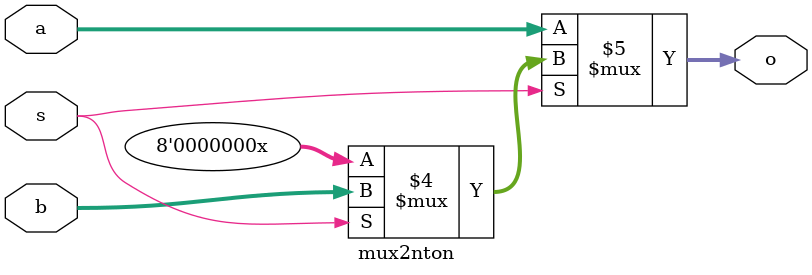
<source format=v>
module mux2nton#(parameter N=8)(input[N-1:0]a,b,input s,output [N-1:0]o);
	assign o=(s==0)?a:
		(s==1)?b:1'bx;
endmodule
</source>
